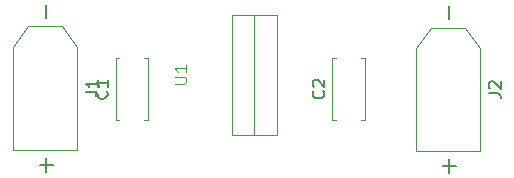
<source format=gbr>
%TF.GenerationSoftware,KiCad,Pcbnew,8.0.5*%
%TF.CreationDate,2024-09-19T19:13:46+09:00*%
%TF.ProjectId,led_supply,6c65645f-7375-4707-906c-792e6b696361,rev?*%
%TF.SameCoordinates,Original*%
%TF.FileFunction,Legend,Top*%
%TF.FilePolarity,Positive*%
%FSLAX46Y46*%
G04 Gerber Fmt 4.6, Leading zero omitted, Abs format (unit mm)*
G04 Created by KiCad (PCBNEW 8.0.5) date 2024-09-19 19:13:46*
%MOMM*%
%LPD*%
G01*
G04 APERTURE LIST*
%ADD10C,0.100000*%
%ADD11C,0.150000*%
%ADD12C,0.120000*%
G04 APERTURE END LIST*
D10*
X127227419Y-85851904D02*
X128036942Y-85851904D01*
X128036942Y-85851904D02*
X128132180Y-85804285D01*
X128132180Y-85804285D02*
X128179800Y-85756666D01*
X128179800Y-85756666D02*
X128227419Y-85661428D01*
X128227419Y-85661428D02*
X128227419Y-85470952D01*
X128227419Y-85470952D02*
X128179800Y-85375714D01*
X128179800Y-85375714D02*
X128132180Y-85328095D01*
X128132180Y-85328095D02*
X128036942Y-85280476D01*
X128036942Y-85280476D02*
X127227419Y-85280476D01*
X128227419Y-84280476D02*
X128227419Y-84851904D01*
X128227419Y-84566190D02*
X127227419Y-84566190D01*
X127227419Y-84566190D02*
X127370276Y-84661428D01*
X127370276Y-84661428D02*
X127465514Y-84756666D01*
X127465514Y-84756666D02*
X127513133Y-84851904D01*
D11*
X153834819Y-86673333D02*
X154549104Y-86673333D01*
X154549104Y-86673333D02*
X154691961Y-86720952D01*
X154691961Y-86720952D02*
X154787200Y-86816190D01*
X154787200Y-86816190D02*
X154834819Y-86959047D01*
X154834819Y-86959047D02*
X154834819Y-87054285D01*
X153930057Y-86244761D02*
X153882438Y-86197142D01*
X153882438Y-86197142D02*
X153834819Y-86101904D01*
X153834819Y-86101904D02*
X153834819Y-85863809D01*
X153834819Y-85863809D02*
X153882438Y-85768571D01*
X153882438Y-85768571D02*
X153930057Y-85720952D01*
X153930057Y-85720952D02*
X154025295Y-85673333D01*
X154025295Y-85673333D02*
X154120533Y-85673333D01*
X154120533Y-85673333D02*
X154263390Y-85720952D01*
X154263390Y-85720952D02*
X154834819Y-86292380D01*
X154834819Y-86292380D02*
X154834819Y-85673333D01*
X150494700Y-93411428D02*
X150494700Y-92268571D01*
X151066128Y-92839999D02*
X149923271Y-92839999D01*
X150494700Y-80411428D02*
X150494700Y-79268571D01*
X119704819Y-86563333D02*
X120419104Y-86563333D01*
X120419104Y-86563333D02*
X120561961Y-86610952D01*
X120561961Y-86610952D02*
X120657200Y-86706190D01*
X120657200Y-86706190D02*
X120704819Y-86849047D01*
X120704819Y-86849047D02*
X120704819Y-86944285D01*
X120704819Y-85563333D02*
X120704819Y-86134761D01*
X120704819Y-85849047D02*
X119704819Y-85849047D01*
X119704819Y-85849047D02*
X119847676Y-85944285D01*
X119847676Y-85944285D02*
X119942914Y-86039523D01*
X119942914Y-86039523D02*
X119990533Y-86134761D01*
X116364700Y-93301428D02*
X116364700Y-92158571D01*
X116936128Y-92729999D02*
X115793271Y-92729999D01*
X116364700Y-80301428D02*
X116364700Y-79158571D01*
X139819580Y-86486666D02*
X139867200Y-86534285D01*
X139867200Y-86534285D02*
X139914819Y-86677142D01*
X139914819Y-86677142D02*
X139914819Y-86772380D01*
X139914819Y-86772380D02*
X139867200Y-86915237D01*
X139867200Y-86915237D02*
X139771961Y-87010475D01*
X139771961Y-87010475D02*
X139676723Y-87058094D01*
X139676723Y-87058094D02*
X139486247Y-87105713D01*
X139486247Y-87105713D02*
X139343390Y-87105713D01*
X139343390Y-87105713D02*
X139152914Y-87058094D01*
X139152914Y-87058094D02*
X139057676Y-87010475D01*
X139057676Y-87010475D02*
X138962438Y-86915237D01*
X138962438Y-86915237D02*
X138914819Y-86772380D01*
X138914819Y-86772380D02*
X138914819Y-86677142D01*
X138914819Y-86677142D02*
X138962438Y-86534285D01*
X138962438Y-86534285D02*
X139010057Y-86486666D01*
X139010057Y-86105713D02*
X138962438Y-86058094D01*
X138962438Y-86058094D02*
X138914819Y-85962856D01*
X138914819Y-85962856D02*
X138914819Y-85724761D01*
X138914819Y-85724761D02*
X138962438Y-85629523D01*
X138962438Y-85629523D02*
X139010057Y-85581904D01*
X139010057Y-85581904D02*
X139105295Y-85534285D01*
X139105295Y-85534285D02*
X139200533Y-85534285D01*
X139200533Y-85534285D02*
X139343390Y-85581904D01*
X139343390Y-85581904D02*
X139914819Y-86153332D01*
X139914819Y-86153332D02*
X139914819Y-85534285D01*
X121469580Y-86506666D02*
X121517200Y-86554285D01*
X121517200Y-86554285D02*
X121564819Y-86697142D01*
X121564819Y-86697142D02*
X121564819Y-86792380D01*
X121564819Y-86792380D02*
X121517200Y-86935237D01*
X121517200Y-86935237D02*
X121421961Y-87030475D01*
X121421961Y-87030475D02*
X121326723Y-87078094D01*
X121326723Y-87078094D02*
X121136247Y-87125713D01*
X121136247Y-87125713D02*
X120993390Y-87125713D01*
X120993390Y-87125713D02*
X120802914Y-87078094D01*
X120802914Y-87078094D02*
X120707676Y-87030475D01*
X120707676Y-87030475D02*
X120612438Y-86935237D01*
X120612438Y-86935237D02*
X120564819Y-86792380D01*
X120564819Y-86792380D02*
X120564819Y-86697142D01*
X120564819Y-86697142D02*
X120612438Y-86554285D01*
X120612438Y-86554285D02*
X120660057Y-86506666D01*
X121564819Y-85554285D02*
X121564819Y-86125713D01*
X121564819Y-85839999D02*
X120564819Y-85839999D01*
X120564819Y-85839999D02*
X120707676Y-85935237D01*
X120707676Y-85935237D02*
X120802914Y-86030475D01*
X120802914Y-86030475D02*
X120850533Y-86125713D01*
D10*
%TO.C,U1*%
X132080000Y-90170000D02*
X135890000Y-90170000D01*
X133985000Y-90170000D02*
X133985000Y-80010000D01*
X135890000Y-90170000D02*
X135890000Y-80010000D01*
X132080000Y-85090000D02*
X132080000Y-90170000D01*
X132080000Y-80010000D02*
X132080000Y-85090000D01*
X135890000Y-80010000D02*
X132080000Y-80010000D01*
D12*
%TO.C,J2*%
X151790000Y-81130000D02*
X148970000Y-81130000D01*
X151790000Y-81130000D02*
X153090000Y-82830000D01*
X148970000Y-81130000D02*
X147670000Y-82830000D01*
X153090000Y-82830000D02*
X153090000Y-91550000D01*
X147670000Y-82830000D02*
X147670000Y-91550000D01*
X153090000Y-91550000D02*
X147670000Y-91550000D01*
%TO.C,J1*%
X117660000Y-81020000D02*
X114840000Y-81020000D01*
X117660000Y-81020000D02*
X118960000Y-82720000D01*
X114840000Y-81020000D02*
X113540000Y-82720000D01*
X118960000Y-82720000D02*
X118960000Y-91440000D01*
X113540000Y-82720000D02*
X113540000Y-91440000D01*
X118960000Y-91440000D02*
X113540000Y-91440000D01*
%TO.C,C2*%
X140590000Y-88940000D02*
X140905000Y-88940000D01*
X140590000Y-88940000D02*
X140590000Y-83700000D01*
X143015000Y-88940000D02*
X143330000Y-88940000D01*
X143330000Y-88940000D02*
X143330000Y-83700000D01*
X140590000Y-83700000D02*
X140905000Y-83700000D01*
X143015000Y-83700000D02*
X143330000Y-83700000D01*
%TO.C,C1*%
X122240000Y-88960000D02*
X122555000Y-88960000D01*
X122240000Y-88960000D02*
X122240000Y-83720000D01*
X124665000Y-88960000D02*
X124980000Y-88960000D01*
X124980000Y-88960000D02*
X124980000Y-83720000D01*
X122240000Y-83720000D02*
X122555000Y-83720000D01*
X124665000Y-83720000D02*
X124980000Y-83720000D01*
%TD*%
M02*

</source>
